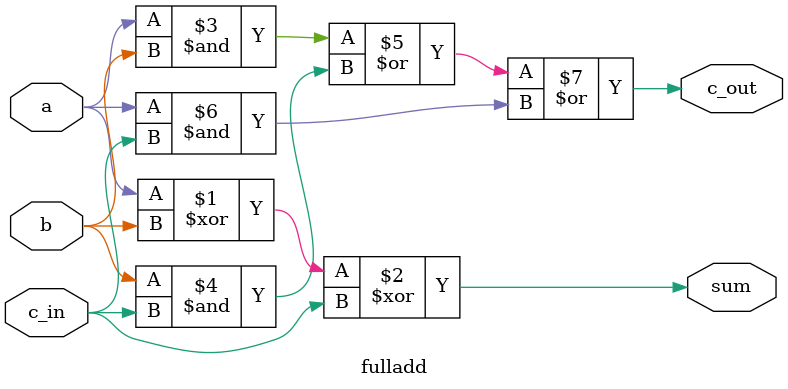
<source format=v>
module ripple_carry_adder(input [07:0] a,input [07:0] b, input c_in, output [07:0] sum, output C_out);
  wire [06:0] c;
  fulladd a1(a[0],b[0],c_in,sum[0],c[0]);
  fulladd a2(a[1],b[1],c[0],sum[1],c[1]);
  fulladd a3(a[2],b[2],c[1],sum[2],c[2]);
  fulladd a4(a[3],b[3],c[2],sum[3],c[3]);
  fulladd a5(a[4],b[4],c[3],sum[4],c[4]);
  fulladd a6(a[5],b[5],c[4],sum[5],c[5]);
  fulladd a7(a[6],b[6],c[5],sum[6],c[6]);
  fulladd a8(a[7],b[7],c[6],sum[7],C_out);
endmodule
module fulladd(input a,input b,input c_in,output sum,output c_out);
  assign sum =(a^b^c_in);
  assign c_out=((a&b)|(b&c_in)|(a&c_in));
endmodule
</source>
